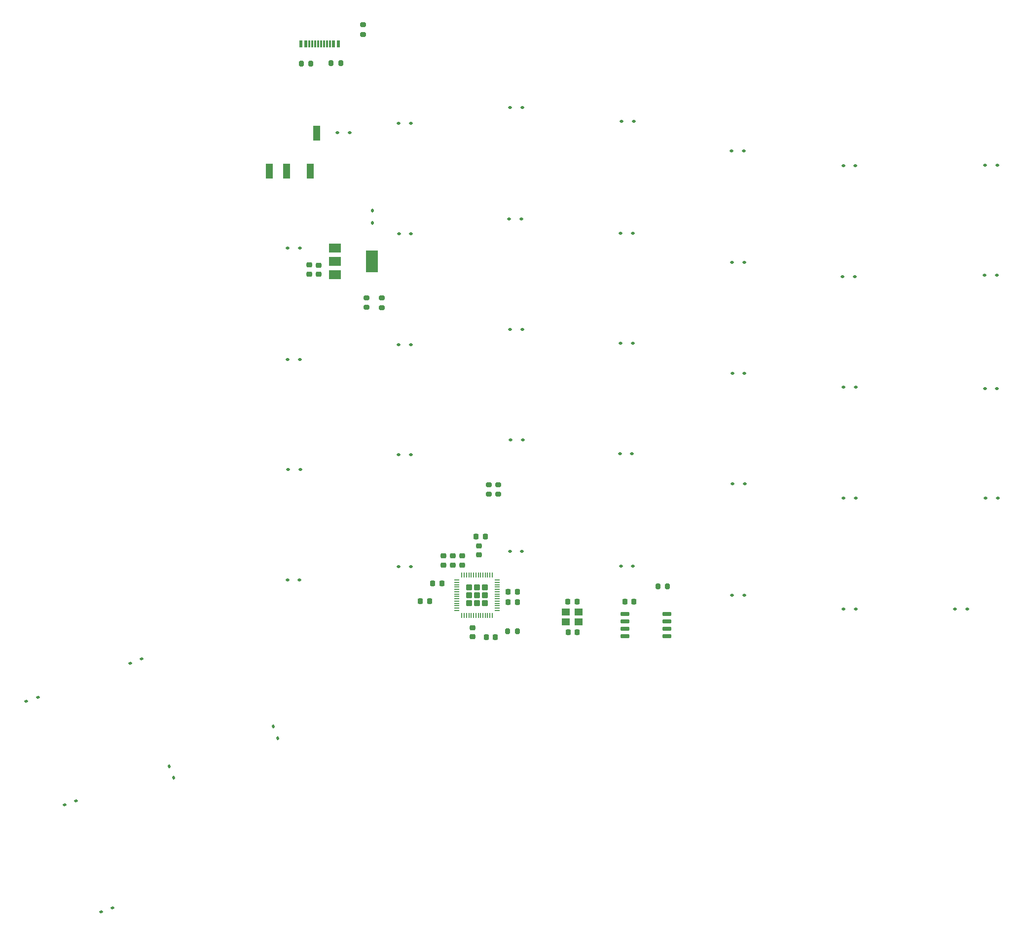
<source format=gbp>
G04 #@! TF.GenerationSoftware,KiCad,Pcbnew,7.0.5*
G04 #@! TF.CreationDate,2025-01-08T21:54:48-05:00*
G04 #@! TF.ProjectId,JasonSplitErgoKeyboard_Right,4a61736f-6e53-4706-9c69-744572676f4b,rev?*
G04 #@! TF.SameCoordinates,Original*
G04 #@! TF.FileFunction,Paste,Bot*
G04 #@! TF.FilePolarity,Positive*
%FSLAX46Y46*%
G04 Gerber Fmt 4.6, Leading zero omitted, Abs format (unit mm)*
G04 Created by KiCad (PCBNEW 7.0.5) date 2025-01-08 21:54:48*
%MOMM*%
%LPD*%
G01*
G04 APERTURE LIST*
G04 Aperture macros list*
%AMRoundRect*
0 Rectangle with rounded corners*
0 $1 Rounding radius*
0 $2 $3 $4 $5 $6 $7 $8 $9 X,Y pos of 4 corners*
0 Add a 4 corners polygon primitive as box body*
4,1,4,$2,$3,$4,$5,$6,$7,$8,$9,$2,$3,0*
0 Add four circle primitives for the rounded corners*
1,1,$1+$1,$2,$3*
1,1,$1+$1,$4,$5*
1,1,$1+$1,$6,$7*
1,1,$1+$1,$8,$9*
0 Add four rect primitives between the rounded corners*
20,1,$1+$1,$2,$3,$4,$5,0*
20,1,$1+$1,$4,$5,$6,$7,0*
20,1,$1+$1,$6,$7,$8,$9,0*
20,1,$1+$1,$8,$9,$2,$3,0*%
G04 Aperture macros list end*
%ADD10RoundRect,0.112500X-0.137715X-0.169844X0.214670X-0.041587X0.137715X0.169844X-0.214670X0.041587X0*%
%ADD11RoundRect,0.112500X-0.187500X-0.112500X0.187500X-0.112500X0.187500X0.112500X-0.187500X0.112500X0*%
%ADD12RoundRect,0.225000X-0.225000X-0.250000X0.225000X-0.250000X0.225000X0.250000X-0.225000X0.250000X0*%
%ADD13RoundRect,0.250000X0.285000X0.285000X-0.285000X0.285000X-0.285000X-0.285000X0.285000X-0.285000X0*%
%ADD14RoundRect,0.050000X0.350000X0.050000X-0.350000X0.050000X-0.350000X-0.050000X0.350000X-0.050000X0*%
%ADD15RoundRect,0.050000X0.050000X0.350000X-0.050000X0.350000X-0.050000X-0.350000X0.050000X-0.350000X0*%
%ADD16RoundRect,0.200000X-0.200000X-0.275000X0.200000X-0.275000X0.200000X0.275000X-0.200000X0.275000X0*%
%ADD17RoundRect,0.225000X0.225000X0.250000X-0.225000X0.250000X-0.225000X-0.250000X0.225000X-0.250000X0*%
%ADD18RoundRect,0.225000X-0.250000X0.225000X-0.250000X-0.225000X0.250000X-0.225000X0.250000X0.225000X0*%
%ADD19RoundRect,0.150000X0.650000X0.150000X-0.650000X0.150000X-0.650000X-0.150000X0.650000X-0.150000X0*%
%ADD20RoundRect,0.200000X0.200000X0.275000X-0.200000X0.275000X-0.200000X-0.275000X0.200000X-0.275000X0*%
%ADD21RoundRect,0.225000X0.250000X-0.225000X0.250000X0.225000X-0.250000X0.225000X-0.250000X-0.225000X0*%
%ADD22RoundRect,0.112500X0.112500X-0.187500X0.112500X0.187500X-0.112500X0.187500X-0.112500X-0.187500X0*%
%ADD23R,1.200000X2.500000*%
%ADD24RoundRect,0.112500X-0.169844X0.137715X-0.041587X-0.214670X0.169844X-0.137715X0.041587X0.214670X0*%
%ADD25RoundRect,0.200000X-0.275000X0.200000X-0.275000X-0.200000X0.275000X-0.200000X0.275000X0.200000X0*%
%ADD26RoundRect,0.200000X0.275000X-0.200000X0.275000X0.200000X-0.275000X0.200000X-0.275000X-0.200000X0*%
%ADD27R,1.400000X1.200000*%
%ADD28R,2.000000X1.500000*%
%ADD29R,2.000000X3.800000*%
%ADD30R,0.600000X1.240000*%
%ADD31R,0.300000X1.240000*%
G04 APERTURE END LIST*
D10*
X108256646Y-212538242D03*
X110230000Y-211820000D03*
D11*
X140230000Y-155550000D03*
X142330000Y-155550000D03*
X235540000Y-103410000D03*
X237640000Y-103410000D03*
X254790000Y-160520000D03*
X256890000Y-160520000D03*
X140340000Y-136560000D03*
X142440000Y-136560000D03*
D12*
X174375000Y-165350000D03*
X175925000Y-165350000D03*
D11*
X178480000Y-112500000D03*
X180580000Y-112500000D03*
D12*
X178145000Y-159290000D03*
X179695000Y-159290000D03*
D11*
X197430000Y-114850000D03*
X199530000Y-114850000D03*
X148820000Y-78690000D03*
X150920000Y-78690000D03*
D13*
X174120000Y-159470000D03*
X174120000Y-158140000D03*
X174120000Y-156810000D03*
X172790000Y-159470000D03*
X172790000Y-158140000D03*
X172790000Y-156810000D03*
X171460000Y-159470000D03*
X171460000Y-158140000D03*
X171460000Y-156810000D03*
D14*
X176240000Y-155540000D03*
X176240000Y-155940000D03*
X176240000Y-156340000D03*
X176240000Y-156740000D03*
X176240000Y-157140000D03*
X176240000Y-157540000D03*
X176240000Y-157940000D03*
X176240000Y-158340000D03*
X176240000Y-158740000D03*
X176240000Y-159140000D03*
X176240000Y-159540000D03*
X176240000Y-159940000D03*
X176240000Y-160340000D03*
X176240000Y-160740000D03*
D15*
X175390000Y-161590000D03*
X174990000Y-161590000D03*
X174590000Y-161590000D03*
X174190000Y-161590000D03*
X173790000Y-161590000D03*
X173390000Y-161590000D03*
X172990000Y-161590000D03*
X172590000Y-161590000D03*
X172190000Y-161590000D03*
X171790000Y-161590000D03*
X171390000Y-161590000D03*
X170990000Y-161590000D03*
X170590000Y-161590000D03*
X170190000Y-161590000D03*
D14*
X169340000Y-160740000D03*
X169340000Y-160340000D03*
X169340000Y-159940000D03*
X169340000Y-159540000D03*
X169340000Y-159140000D03*
X169340000Y-158740000D03*
X169340000Y-158340000D03*
X169340000Y-157940000D03*
X169340000Y-157540000D03*
X169340000Y-157140000D03*
X169340000Y-156740000D03*
X169340000Y-156340000D03*
X169340000Y-155940000D03*
X169340000Y-155540000D03*
D15*
X170190000Y-154690000D03*
X170590000Y-154690000D03*
X170990000Y-154690000D03*
X171390000Y-154690000D03*
X171790000Y-154690000D03*
X172190000Y-154690000D03*
X172590000Y-154690000D03*
X172990000Y-154690000D03*
X173390000Y-154690000D03*
X173790000Y-154690000D03*
X174190000Y-154690000D03*
X174590000Y-154690000D03*
X174990000Y-154690000D03*
X175390000Y-154690000D03*
D11*
X216462500Y-81840000D03*
X218562500Y-81840000D03*
X197422500Y-95960000D03*
X199522500Y-95960000D03*
X159292500Y-134040000D03*
X161392500Y-134040000D03*
D16*
X203815000Y-156640000D03*
X205465000Y-156640000D03*
D11*
X178460000Y-74430000D03*
X180560000Y-74430000D03*
X159360000Y-96040000D03*
X161460000Y-96040000D03*
X159290000Y-115130000D03*
X161390000Y-115130000D03*
X140262500Y-98520000D03*
X142362500Y-98520000D03*
D17*
X166725000Y-156100000D03*
X165175000Y-156100000D03*
D18*
X143960000Y-101455000D03*
X143960000Y-103005000D03*
D11*
X140260000Y-117680000D03*
X142360000Y-117680000D03*
D19*
X205340000Y-161345000D03*
X205340000Y-162615000D03*
X205340000Y-163885000D03*
X205340000Y-165155000D03*
X198140000Y-165155000D03*
X198140000Y-163885000D03*
X198140000Y-162615000D03*
X198140000Y-161345000D03*
D11*
X235660000Y-122410000D03*
X237760000Y-122410000D03*
X216520000Y-100980000D03*
X218620000Y-100980000D03*
D20*
X144275000Y-66835500D03*
X142625000Y-66835500D03*
D11*
X259900000Y-103200000D03*
X262000000Y-103200000D03*
X235640000Y-84360000D03*
X237740000Y-84360000D03*
D21*
X168622500Y-152950000D03*
X168622500Y-151400000D03*
D22*
X154800000Y-94217500D03*
X154800000Y-92117500D03*
D11*
X235700000Y-141490000D03*
X237800000Y-141490000D03*
D23*
X140125000Y-85350000D03*
X137125000Y-85350000D03*
X145225000Y-78850000D03*
X144125000Y-85350000D03*
D21*
X170242500Y-152945000D03*
X170242500Y-151395000D03*
D11*
X216540000Y-158140000D03*
X218640000Y-158140000D03*
D18*
X172000000Y-163705000D03*
X172000000Y-165255000D03*
D24*
X137811758Y-180686646D03*
X138530000Y-182660000D03*
D17*
X189930000Y-159265000D03*
X188380000Y-159265000D03*
D12*
X198145000Y-159210000D03*
X199695000Y-159210000D03*
D24*
X119950879Y-187495823D03*
X120669121Y-189469177D03*
D11*
X216620000Y-139030000D03*
X218720000Y-139030000D03*
X178412500Y-150570000D03*
X180512500Y-150570000D03*
X197300000Y-133880000D03*
X199400000Y-133880000D03*
D25*
X153190000Y-60200500D03*
X153190000Y-61850500D03*
D11*
X197590000Y-76770000D03*
X199690000Y-76770000D03*
D26*
X174810000Y-140815000D03*
X174810000Y-139165000D03*
D11*
X178510000Y-131450000D03*
X180610000Y-131450000D03*
D25*
X153790000Y-107055000D03*
X153790000Y-108705000D03*
D10*
X113253323Y-169819121D03*
X115226677Y-169100879D03*
D27*
X188015000Y-161025000D03*
X190215000Y-161025000D03*
X190215000Y-162725000D03*
X188015000Y-162725000D03*
D20*
X179695000Y-164300000D03*
X178045000Y-164300000D03*
D11*
X235720000Y-160550000D03*
X237820000Y-160550000D03*
D25*
X156410000Y-107095000D03*
X156410000Y-108745000D03*
D18*
X145560000Y-101465000D03*
X145560000Y-103015000D03*
D21*
X173100000Y-151230000D03*
X173100000Y-149680000D03*
X167052500Y-152945000D03*
X167052500Y-151395000D03*
D11*
X197460000Y-153120000D03*
X199560000Y-153120000D03*
X259940000Y-122650000D03*
X262040000Y-122650000D03*
D16*
X147715000Y-66815500D03*
X149365000Y-66815500D03*
D10*
X102003323Y-194139121D03*
X103976677Y-193420879D03*
D11*
X159330000Y-153190000D03*
X161430000Y-153190000D03*
D17*
X189950000Y-164455000D03*
X188400000Y-164455000D03*
D11*
X216590000Y-120080000D03*
X218690000Y-120080000D03*
D12*
X172635000Y-148100000D03*
X174185000Y-148100000D03*
D11*
X178302500Y-93530000D03*
X180402500Y-93530000D03*
D17*
X164620000Y-159150000D03*
X163070000Y-159150000D03*
D11*
X260100000Y-141430000D03*
X262200000Y-141430000D03*
D28*
X148400000Y-103120000D03*
X148400000Y-100820000D03*
D29*
X154700000Y-100820000D03*
D28*
X148400000Y-98520000D03*
D11*
X260000000Y-84290000D03*
X262100000Y-84290000D03*
D10*
X95413323Y-176369121D03*
X97386677Y-175650879D03*
D12*
X178145000Y-157540000D03*
X179695000Y-157540000D03*
D30*
X142560000Y-63520000D03*
X143360000Y-63520000D03*
D31*
X144510000Y-63520000D03*
X145510000Y-63520000D03*
X146010000Y-63520000D03*
X147010000Y-63520000D03*
D30*
X148160000Y-63520000D03*
X148960000Y-63520000D03*
X148960000Y-63520000D03*
X148160000Y-63520000D03*
D31*
X147510000Y-63520000D03*
X146510000Y-63520000D03*
X145010000Y-63520000D03*
X144010000Y-63520000D03*
D30*
X143360000Y-63520000D03*
X142560000Y-63520000D03*
D11*
X159310000Y-77080000D03*
X161410000Y-77080000D03*
D26*
X176410000Y-140810000D03*
X176410000Y-139160000D03*
M02*

</source>
